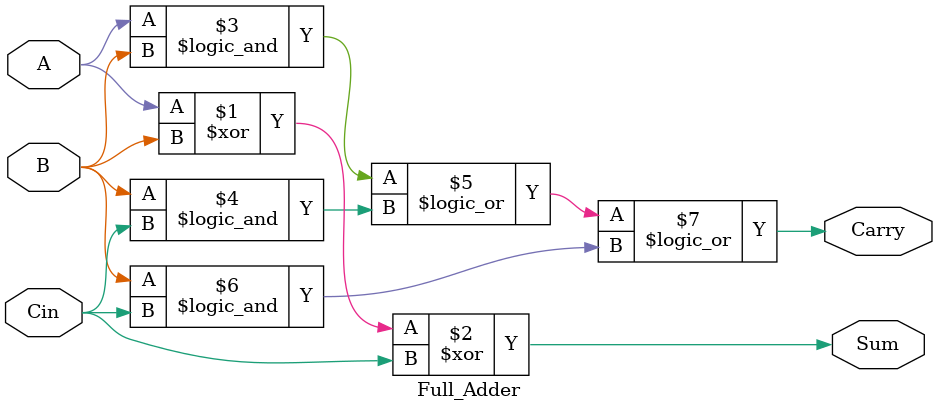
<source format=v>
module Full_Adder(A,B,Cin,Sum,Carry);
	input A,B,Cin;
	output Sum,Carry;
	assign Sum = A ^ B ^ Cin;
	assign Carry = (A&&B) || (B&&Cin) || (B&&Cin);
endmodule

</source>
